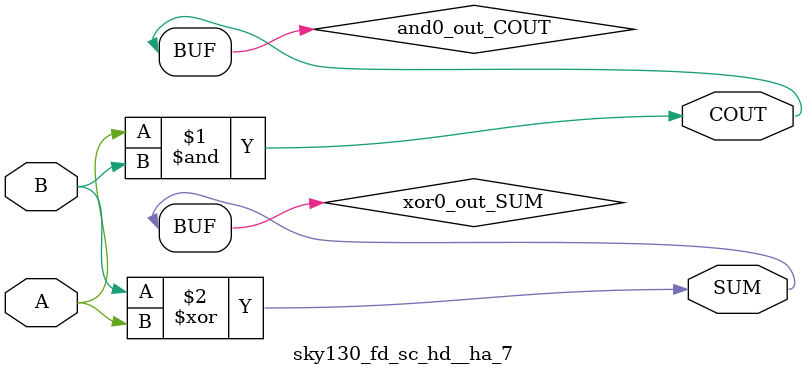
<source format=v>
module sky130_fd_sc_hd__ha_7 (
    COUT,
    SUM ,
    A   ,
    B
);
    output COUT;
    output SUM ;
    input  A   ;
    input  B   ;
    wire and0_out_COUT;
    wire xor0_out_SUM ;
    and and0 (and0_out_COUT, A, B           );
    buf buf0 (COUT         , and0_out_COUT  );
    xor xor0 (xor0_out_SUM , B, A           );
    buf buf1 (SUM          , xor0_out_SUM   );
endmodule
</source>
